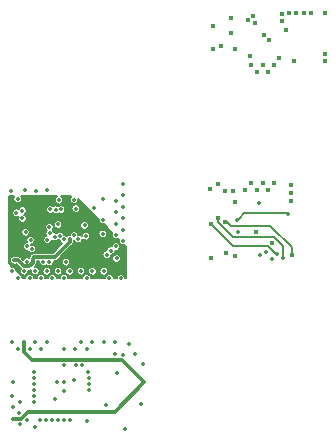
<source format=gbr>
G04 #@! TF.GenerationSoftware,KiCad,Pcbnew,(5.1.0)-1*
G04 #@! TF.CreationDate,2019-05-03T21:31:27-07:00*
G04 #@! TF.ProjectId,Miniscope-v4-PCB-fab-assembly_2,4d696e69-7363-46f7-9065-2d76342d5043,rev?*
G04 #@! TF.SameCoordinates,PX4b8e5e4PY51f011c*
G04 #@! TF.FileFunction,Copper,L4,Inr*
G04 #@! TF.FilePolarity,Positive*
%FSLAX46Y46*%
G04 Gerber Fmt 4.6, Leading zero omitted, Abs format (unit mm)*
G04 Created by KiCad (PCBNEW (5.1.0)-1) date 2019-05-03 21:31:27*
%MOMM*%
%LPD*%
G04 APERTURE LIST*
%ADD10C,0.355600*%
%ADD11C,0.450000*%
%ADD12C,0.304800*%
%ADD13C,0.203200*%
%ADD14C,0.152400*%
%ADD15C,0.127000*%
G04 APERTURE END LIST*
D10*
X13448800Y-25315600D03*
X13804400Y-27017400D03*
X4609600Y-26382400D03*
X4533400Y-19651400D03*
X6590800Y-19626000D03*
X5742800Y-23096000D03*
X12331200Y-20311800D03*
X7582899Y-23733600D03*
X7759200Y-22661600D03*
X8749800Y-21175400D03*
X9994400Y-21099200D03*
X12305800Y-22064400D03*
X7251197Y-25595003D03*
X5854200Y-25595000D03*
X5473200Y-21277000D03*
X5473200Y-21937400D03*
X12940800Y-24655200D03*
X12610600Y-25010800D03*
X9156198Y-25645800D03*
D11*
X31094020Y-4544540D03*
X26293420Y-9548340D03*
X26344220Y-6805140D03*
X23093020Y-4976340D03*
X25023420Y-4807440D03*
X28046020Y-4544540D03*
X29290620Y-4544540D03*
X27165920Y-8379939D03*
X23118420Y-6220940D03*
X26281580Y-19569060D03*
X21404780Y-25309460D03*
X23296180Y-19599060D03*
X25251980Y-23065150D03*
X26611780Y-23988662D03*
D10*
X13988020Y-33471340D03*
X15689820Y-34258740D03*
X8984220Y-35805600D03*
X8976600Y-36516800D03*
X15504400Y-37659800D03*
X12583400Y-37710600D03*
X9865600Y-35627800D03*
X10975580Y-39051720D03*
X8384780Y-35810680D03*
X8245080Y-37222920D03*
X4630660Y-32404540D03*
X6413000Y-37444600D03*
X6512800Y-39567340D03*
X13480020Y-35020740D03*
X5199620Y-38424340D03*
X4615420Y-36951140D03*
X13276820Y-33445936D03*
X8572000Y-20388000D03*
X5676400Y-19549806D03*
X5066800Y-20286400D03*
X14007600Y-19016400D03*
X5600200Y-26407811D03*
D11*
X21988980Y-19010260D03*
D10*
X4666220Y-38881540D03*
X15791420Y-35808140D03*
X5598405Y-32402000D03*
X4787400Y-25468000D03*
X6336774Y-25595000D03*
X10858000Y-23436000D03*
X9457890Y-23690000D03*
X4812800Y-24782200D03*
X13982200Y-24807600D03*
X13321800Y-26382400D03*
X6590800Y-20286400D03*
X6768587Y-25595000D03*
X10553200Y-21099200D03*
X11975600Y-25620400D03*
X27944380Y-21554860D03*
X23702580Y-23053460D03*
D11*
X22674780Y-24826858D03*
D10*
X23677180Y-22081919D03*
X14007600Y-19956200D03*
X5117600Y-26992000D03*
X7530600Y-19524400D03*
X6260600Y-24502800D03*
X11518400Y-21022994D03*
X8495800Y-22445400D03*
X4965200Y-21454800D03*
X12280401Y-23232800D03*
D11*
X26776020Y-8938740D03*
X27411020Y-4595340D03*
X27766620Y-5992340D03*
X22278420Y-7313140D03*
X31094020Y-8583140D03*
X26764180Y-18959460D03*
X22649380Y-19594460D03*
D10*
X5115805Y-33011600D03*
X4689080Y-35759880D03*
X14996400Y-33443400D03*
X6159000Y-23766200D03*
X10731000Y-22521600D03*
X9846600Y-20337200D03*
X13398000Y-24299600D03*
X7749601Y-25620400D03*
D11*
X23487580Y-25131660D03*
D10*
X7530600Y-26407810D03*
X9461000Y-26407810D03*
X10908800Y-26992000D03*
X12356600Y-26407800D03*
X13982200Y-22877200D03*
X8648200Y-23410600D03*
X7048000Y-26992000D03*
X8978400Y-26992000D03*
X10426200Y-26407810D03*
X12839200Y-27017400D03*
X13372600Y-21404000D03*
X5854200Y-24299600D03*
D11*
X22652488Y-22215929D03*
X28288180Y-25030060D03*
D10*
X14007600Y-21912000D03*
X7784600Y-23207400D03*
D11*
X21988980Y-21905860D03*
D10*
X27551580Y-25309460D03*
X13372600Y-22369200D03*
X8191000Y-23486800D03*
D11*
X21404780Y-22413860D03*
D10*
X27055380Y-24958460D03*
X8013200Y-26992000D03*
X9003800Y-23715400D03*
X8495800Y-26407810D03*
X9854878Y-23376516D03*
X11391400Y-26407810D03*
X10197600Y-23664606D03*
X14007600Y-20946800D03*
X7835400Y-21175400D03*
D11*
X28211980Y-19823060D03*
D10*
X13372600Y-20464200D03*
X8292600Y-21200800D03*
D11*
X28186580Y-19111860D03*
X21379380Y-19467460D03*
X23462180Y-20508860D03*
D10*
X14007600Y-23817000D03*
X6565400Y-26382400D03*
X13372600Y-23334400D03*
X6082800Y-26992000D03*
D11*
X28223780Y-20488060D03*
X25328220Y-9548340D03*
X25912420Y-6424140D03*
X31094020Y-8024340D03*
X25316363Y-19569060D03*
D10*
X26055738Y-24801460D03*
D11*
X25810820Y-8938740D03*
X25150420Y-5357340D03*
X28452420Y-8583140D03*
X25798980Y-18959460D03*
D10*
X26560980Y-25360260D03*
D11*
X24833780Y-18959460D03*
D10*
X25538009Y-20642831D03*
X25556780Y-25050950D03*
D11*
X24351180Y-19569060D03*
X28630220Y-4544540D03*
X29900220Y-4544540D03*
X21569020Y-5611340D03*
X27411020Y-5179534D03*
X24845620Y-8938740D03*
X24591620Y-5154140D03*
X24744020Y-8176740D03*
X23474020Y-7592540D03*
X21569020Y-7617940D03*
D10*
X5260580Y-39364140D03*
X7998000Y-39029600D03*
X13330160Y-32396920D03*
X14505000Y-32607740D03*
X8998000Y-34362889D03*
X10498000Y-34362889D03*
X8998000Y-39029600D03*
X14128000Y-39793400D03*
X8498000Y-39029600D03*
X7000480Y-39036480D03*
X7500860Y-39028860D03*
X9498000Y-39029600D03*
X10906999Y-33011600D03*
X6413000Y-35944600D03*
X7528803Y-32402000D03*
X6413000Y-35444600D03*
X7046203Y-33011600D03*
X6413000Y-34944600D03*
X6413000Y-36944600D03*
X6563604Y-32402000D03*
X4653520Y-37913801D03*
X6413000Y-36444600D03*
X6088527Y-33004077D03*
X5225020Y-37484540D03*
X5893396Y-39016516D03*
X12352488Y-32399744D03*
X11083000Y-36444600D03*
X11389599Y-32402000D03*
X11083000Y-35944600D03*
X10429480Y-32404540D03*
X11083000Y-35444600D03*
X9926560Y-33001440D03*
X11049240Y-34939460D03*
X8966440Y-33019220D03*
X9995140Y-34362889D03*
D12*
X13079207Y-33926001D02*
X13107147Y-33953941D01*
X15613621Y-35630341D02*
X15791420Y-35808140D01*
X6314681Y-33926001D02*
X13079207Y-33926001D01*
X13937221Y-33953941D02*
X15613621Y-35630341D01*
X5598405Y-33209725D02*
X6314681Y-33926001D01*
X13107147Y-33953941D02*
X13937221Y-33953941D01*
X5598405Y-32402000D02*
X5598405Y-33209725D01*
X13302220Y-38297340D02*
X15791420Y-35808140D01*
X5936220Y-38297340D02*
X13302220Y-38297340D01*
X5326620Y-38906940D02*
X5936220Y-38297340D01*
X4666220Y-38881540D02*
X4691620Y-38906940D01*
X4691620Y-38906940D02*
X5326620Y-38906940D01*
X5625601Y-26001401D02*
X5092200Y-25468000D01*
X6049273Y-26001401D02*
X5625601Y-26001401D01*
X6336774Y-25595000D02*
X6336774Y-25713900D01*
X6336774Y-25713900D02*
X6049273Y-26001401D01*
X6336774Y-25343553D02*
X6491728Y-25188599D01*
X6491728Y-25188599D02*
X8210738Y-25188599D01*
X8210738Y-25188599D02*
X9457890Y-23941447D01*
X6336774Y-25595000D02*
X6336774Y-25343553D01*
X9457890Y-23941447D02*
X9457890Y-23690000D01*
X5092200Y-25468000D02*
X4937247Y-25468000D01*
D13*
X23902179Y-21856920D02*
X23677180Y-22081919D01*
X24255039Y-21504060D02*
X23902179Y-21856920D01*
X27944380Y-21504060D02*
X24255039Y-21504060D01*
D14*
X22813580Y-22266060D02*
X23088380Y-22540860D01*
X23088380Y-22540860D02*
X26447378Y-22540860D01*
X26447378Y-22540860D02*
X28288180Y-24381662D01*
X28288180Y-24711862D02*
X28288180Y-25030060D01*
X28288180Y-24381662D02*
X28288180Y-24711862D01*
D13*
X26789580Y-23506060D02*
X27551580Y-24268060D01*
X27551580Y-25058013D02*
X27551580Y-25309460D01*
X23270982Y-23506060D02*
X26789580Y-23506060D01*
X21988980Y-22224058D02*
X23270982Y-23506060D01*
X21988980Y-21905860D02*
X21988980Y-22224058D01*
X27551580Y-24268060D02*
X27551580Y-25058013D01*
X26921180Y-24958460D02*
X27055380Y-24958460D01*
X21404780Y-22413860D02*
X23288980Y-24298060D01*
X23288980Y-24298060D02*
X26260780Y-24298060D01*
X26260780Y-24298060D02*
X26921180Y-24958460D01*
D15*
X11096780Y-36458380D02*
X11083000Y-36444600D01*
G36*
X4740417Y-20111945D02*
G01*
X4712654Y-20178971D01*
X4698500Y-20250126D01*
X4698500Y-20322674D01*
X4712654Y-20393829D01*
X4740417Y-20460855D01*
X4780723Y-20521178D01*
X4832022Y-20572477D01*
X4892345Y-20612783D01*
X4959371Y-20640546D01*
X5030526Y-20654700D01*
X5103074Y-20654700D01*
X5174229Y-20640546D01*
X5241255Y-20612783D01*
X5301578Y-20572477D01*
X5352877Y-20521178D01*
X5393183Y-20460855D01*
X5420946Y-20393829D01*
X5435100Y-20322674D01*
X5435100Y-20250126D01*
X5420946Y-20178971D01*
X5393183Y-20111945D01*
X5360814Y-20063500D01*
X8394727Y-20063500D01*
X8337222Y-20101923D01*
X8285923Y-20153222D01*
X8245617Y-20213545D01*
X8217854Y-20280571D01*
X8203700Y-20351726D01*
X8203700Y-20424274D01*
X8217854Y-20495429D01*
X8245617Y-20562455D01*
X8285923Y-20622778D01*
X8337222Y-20674077D01*
X8397545Y-20714383D01*
X8464571Y-20742146D01*
X8535726Y-20756300D01*
X8608274Y-20756300D01*
X8679429Y-20742146D01*
X8746455Y-20714383D01*
X8806778Y-20674077D01*
X8858077Y-20622778D01*
X8898383Y-20562455D01*
X8926146Y-20495429D01*
X8940300Y-20424274D01*
X8940300Y-20351726D01*
X8926146Y-20280571D01*
X8898383Y-20213545D01*
X8858077Y-20153222D01*
X8806778Y-20101923D01*
X8749273Y-20063500D01*
X9599445Y-20063500D01*
X9560523Y-20102422D01*
X9520217Y-20162745D01*
X9492454Y-20229771D01*
X9478300Y-20300926D01*
X9478300Y-20373474D01*
X9492454Y-20444629D01*
X9520217Y-20511655D01*
X9560523Y-20571978D01*
X9611822Y-20623277D01*
X9672145Y-20663583D01*
X9739171Y-20691346D01*
X9810326Y-20705500D01*
X9882874Y-20705500D01*
X9954029Y-20691346D01*
X10021055Y-20663583D01*
X10081378Y-20623277D01*
X10132677Y-20571978D01*
X10172983Y-20511655D01*
X10200746Y-20444629D01*
X10214900Y-20373474D01*
X10214900Y-20304702D01*
X11937637Y-22027439D01*
X11937500Y-22028126D01*
X11937500Y-22100674D01*
X11951654Y-22171829D01*
X11979417Y-22238855D01*
X12019723Y-22299178D01*
X12071022Y-22350477D01*
X12131345Y-22390783D01*
X12198371Y-22418546D01*
X12269526Y-22432700D01*
X12342074Y-22432700D01*
X12342761Y-22432563D01*
X13055800Y-23145602D01*
X13046217Y-23159945D01*
X13018454Y-23226971D01*
X13004300Y-23298126D01*
X13004300Y-23370674D01*
X13018454Y-23441829D01*
X13046217Y-23508855D01*
X13086523Y-23569178D01*
X13137822Y-23620477D01*
X13198145Y-23660783D01*
X13265171Y-23688546D01*
X13336326Y-23702700D01*
X13408874Y-23702700D01*
X13480029Y-23688546D01*
X13547055Y-23660783D01*
X13561398Y-23651200D01*
X13647865Y-23737667D01*
X13639300Y-23780726D01*
X13639300Y-23853274D01*
X13653454Y-23924429D01*
X13681217Y-23991455D01*
X13721523Y-24051778D01*
X13772822Y-24103077D01*
X13833145Y-24143383D01*
X13900171Y-24171146D01*
X13971326Y-24185300D01*
X14043874Y-24185300D01*
X14086933Y-24176735D01*
X14234500Y-24324302D01*
X14234500Y-26936500D01*
X14163823Y-26936500D01*
X14158546Y-26909971D01*
X14130783Y-26842945D01*
X14090477Y-26782622D01*
X14039178Y-26731323D01*
X13978855Y-26691017D01*
X13911829Y-26663254D01*
X13840674Y-26649100D01*
X13768126Y-26649100D01*
X13696971Y-26663254D01*
X13629945Y-26691017D01*
X13569622Y-26731323D01*
X13518323Y-26782622D01*
X13478017Y-26842945D01*
X13450254Y-26909971D01*
X13444977Y-26936500D01*
X13198623Y-26936500D01*
X13193346Y-26909971D01*
X13165583Y-26842945D01*
X13125277Y-26782622D01*
X13073978Y-26731323D01*
X13013655Y-26691017D01*
X12946629Y-26663254D01*
X12875474Y-26649100D01*
X12802926Y-26649100D01*
X12731771Y-26663254D01*
X12664745Y-26691017D01*
X12604422Y-26731323D01*
X12553123Y-26782622D01*
X12512817Y-26842945D01*
X12485054Y-26909971D01*
X12479777Y-26936500D01*
X11273276Y-26936500D01*
X11262946Y-26884571D01*
X11235183Y-26817545D01*
X11194877Y-26757222D01*
X11143578Y-26705923D01*
X11083255Y-26665617D01*
X11016229Y-26637854D01*
X10945074Y-26623700D01*
X10872526Y-26623700D01*
X10801371Y-26637854D01*
X10734345Y-26665617D01*
X10674022Y-26705923D01*
X10622723Y-26757222D01*
X10582417Y-26817545D01*
X10554654Y-26884571D01*
X10544324Y-26936500D01*
X9342876Y-26936500D01*
X9332546Y-26884571D01*
X9304783Y-26817545D01*
X9264477Y-26757222D01*
X9213178Y-26705923D01*
X9152855Y-26665617D01*
X9085829Y-26637854D01*
X9014674Y-26623700D01*
X8942126Y-26623700D01*
X8870971Y-26637854D01*
X8803945Y-26665617D01*
X8743622Y-26705923D01*
X8692323Y-26757222D01*
X8652017Y-26817545D01*
X8624254Y-26884571D01*
X8613924Y-26936500D01*
X8377676Y-26936500D01*
X8367346Y-26884571D01*
X8339583Y-26817545D01*
X8299277Y-26757222D01*
X8247978Y-26705923D01*
X8187655Y-26665617D01*
X8120629Y-26637854D01*
X8049474Y-26623700D01*
X7976926Y-26623700D01*
X7905771Y-26637854D01*
X7838745Y-26665617D01*
X7778422Y-26705923D01*
X7727123Y-26757222D01*
X7686817Y-26817545D01*
X7659054Y-26884571D01*
X7648724Y-26936500D01*
X7412476Y-26936500D01*
X7402146Y-26884571D01*
X7374383Y-26817545D01*
X7334077Y-26757222D01*
X7282778Y-26705923D01*
X7222455Y-26665617D01*
X7155429Y-26637854D01*
X7084274Y-26623700D01*
X7011726Y-26623700D01*
X6940571Y-26637854D01*
X6873545Y-26665617D01*
X6813222Y-26705923D01*
X6761923Y-26757222D01*
X6721617Y-26817545D01*
X6693854Y-26884571D01*
X6683524Y-26936500D01*
X6447276Y-26936500D01*
X6436946Y-26884571D01*
X6409183Y-26817545D01*
X6368877Y-26757222D01*
X6317578Y-26705923D01*
X6257255Y-26665617D01*
X6190229Y-26637854D01*
X6119074Y-26623700D01*
X6046526Y-26623700D01*
X5975371Y-26637854D01*
X5908345Y-26665617D01*
X5848022Y-26705923D01*
X5796723Y-26757222D01*
X5756417Y-26817545D01*
X5728654Y-26884571D01*
X5718324Y-26936500D01*
X5526302Y-26936500D01*
X5469888Y-26880086D01*
X5443983Y-26817545D01*
X5403677Y-26757222D01*
X5352378Y-26705923D01*
X5292055Y-26665617D01*
X5229514Y-26639712D01*
X4977900Y-26388098D01*
X4977900Y-26346126D01*
X4963746Y-26274971D01*
X4935983Y-26207945D01*
X4895677Y-26147622D01*
X4844378Y-26096323D01*
X4784055Y-26056017D01*
X4717029Y-26028254D01*
X4645874Y-26014100D01*
X4603902Y-26014100D01*
X4313500Y-25723698D01*
X4313500Y-25431726D01*
X4419100Y-25431726D01*
X4419100Y-25504274D01*
X4433254Y-25575429D01*
X4461017Y-25642455D01*
X4501323Y-25702778D01*
X4552622Y-25754077D01*
X4612945Y-25794383D01*
X4679971Y-25822146D01*
X4751126Y-25836300D01*
X4823674Y-25836300D01*
X4894829Y-25822146D01*
X4921979Y-25810900D01*
X4950167Y-25810900D01*
X5313392Y-26174126D01*
X5273817Y-26233356D01*
X5246054Y-26300382D01*
X5231900Y-26371537D01*
X5231900Y-26444085D01*
X5246054Y-26515240D01*
X5273817Y-26582266D01*
X5314123Y-26642589D01*
X5365422Y-26693888D01*
X5425745Y-26734194D01*
X5492771Y-26761957D01*
X5563926Y-26776111D01*
X5636474Y-26776111D01*
X5707629Y-26761957D01*
X5774655Y-26734194D01*
X5834978Y-26693888D01*
X5886277Y-26642589D01*
X5926583Y-26582266D01*
X5954346Y-26515240D01*
X5968500Y-26444085D01*
X5968500Y-26371537D01*
X5963082Y-26344301D01*
X6032438Y-26344301D01*
X6049273Y-26345959D01*
X6066108Y-26344301D01*
X6066116Y-26344301D01*
X6116493Y-26339339D01*
X6181130Y-26319732D01*
X6204875Y-26307040D01*
X6197100Y-26346126D01*
X6197100Y-26418674D01*
X6211254Y-26489829D01*
X6239017Y-26556855D01*
X6279323Y-26617178D01*
X6330622Y-26668477D01*
X6390945Y-26708783D01*
X6457971Y-26736546D01*
X6529126Y-26750700D01*
X6601674Y-26750700D01*
X6672829Y-26736546D01*
X6739855Y-26708783D01*
X6800178Y-26668477D01*
X6851477Y-26617178D01*
X6891783Y-26556855D01*
X6919546Y-26489829D01*
X6933700Y-26418674D01*
X6933700Y-26371536D01*
X7162300Y-26371536D01*
X7162300Y-26444084D01*
X7176454Y-26515239D01*
X7204217Y-26582265D01*
X7244523Y-26642588D01*
X7295822Y-26693887D01*
X7356145Y-26734193D01*
X7423171Y-26761956D01*
X7494326Y-26776110D01*
X7566874Y-26776110D01*
X7638029Y-26761956D01*
X7705055Y-26734193D01*
X7765378Y-26693887D01*
X7816677Y-26642588D01*
X7856983Y-26582265D01*
X7884746Y-26515239D01*
X7898900Y-26444084D01*
X7898900Y-26371536D01*
X8127500Y-26371536D01*
X8127500Y-26444084D01*
X8141654Y-26515239D01*
X8169417Y-26582265D01*
X8209723Y-26642588D01*
X8261022Y-26693887D01*
X8321345Y-26734193D01*
X8388371Y-26761956D01*
X8459526Y-26776110D01*
X8532074Y-26776110D01*
X8603229Y-26761956D01*
X8670255Y-26734193D01*
X8730578Y-26693887D01*
X8781877Y-26642588D01*
X8822183Y-26582265D01*
X8849946Y-26515239D01*
X8864100Y-26444084D01*
X8864100Y-26371536D01*
X9092700Y-26371536D01*
X9092700Y-26444084D01*
X9106854Y-26515239D01*
X9134617Y-26582265D01*
X9174923Y-26642588D01*
X9226222Y-26693887D01*
X9286545Y-26734193D01*
X9353571Y-26761956D01*
X9424726Y-26776110D01*
X9497274Y-26776110D01*
X9568429Y-26761956D01*
X9635455Y-26734193D01*
X9695778Y-26693887D01*
X9747077Y-26642588D01*
X9787383Y-26582265D01*
X9815146Y-26515239D01*
X9829300Y-26444084D01*
X9829300Y-26371536D01*
X10057900Y-26371536D01*
X10057900Y-26444084D01*
X10072054Y-26515239D01*
X10099817Y-26582265D01*
X10140123Y-26642588D01*
X10191422Y-26693887D01*
X10251745Y-26734193D01*
X10318771Y-26761956D01*
X10389926Y-26776110D01*
X10462474Y-26776110D01*
X10533629Y-26761956D01*
X10600655Y-26734193D01*
X10660978Y-26693887D01*
X10712277Y-26642588D01*
X10752583Y-26582265D01*
X10780346Y-26515239D01*
X10794500Y-26444084D01*
X10794500Y-26371536D01*
X11023100Y-26371536D01*
X11023100Y-26444084D01*
X11037254Y-26515239D01*
X11065017Y-26582265D01*
X11105323Y-26642588D01*
X11156622Y-26693887D01*
X11216945Y-26734193D01*
X11283971Y-26761956D01*
X11355126Y-26776110D01*
X11427674Y-26776110D01*
X11498829Y-26761956D01*
X11565855Y-26734193D01*
X11626178Y-26693887D01*
X11677477Y-26642588D01*
X11717783Y-26582265D01*
X11745546Y-26515239D01*
X11759700Y-26444084D01*
X11759700Y-26371536D01*
X11759699Y-26371526D01*
X11988300Y-26371526D01*
X11988300Y-26444074D01*
X12002454Y-26515229D01*
X12030217Y-26582255D01*
X12070523Y-26642578D01*
X12121822Y-26693877D01*
X12182145Y-26734183D01*
X12249171Y-26761946D01*
X12320326Y-26776100D01*
X12392874Y-26776100D01*
X12464029Y-26761946D01*
X12531055Y-26734183D01*
X12591378Y-26693877D01*
X12642677Y-26642578D01*
X12682983Y-26582255D01*
X12710746Y-26515229D01*
X12724900Y-26444074D01*
X12724900Y-26371526D01*
X12710746Y-26300371D01*
X12682983Y-26233345D01*
X12642677Y-26173022D01*
X12591378Y-26121723D01*
X12531055Y-26081417D01*
X12464029Y-26053654D01*
X12392874Y-26039500D01*
X12320326Y-26039500D01*
X12249171Y-26053654D01*
X12182145Y-26081417D01*
X12121822Y-26121723D01*
X12070523Y-26173022D01*
X12030217Y-26233345D01*
X12002454Y-26300371D01*
X11988300Y-26371526D01*
X11759699Y-26371526D01*
X11745546Y-26300381D01*
X11717783Y-26233355D01*
X11677477Y-26173032D01*
X11626178Y-26121733D01*
X11565855Y-26081427D01*
X11498829Y-26053664D01*
X11427674Y-26039510D01*
X11355126Y-26039510D01*
X11283971Y-26053664D01*
X11216945Y-26081427D01*
X11156622Y-26121733D01*
X11105323Y-26173032D01*
X11065017Y-26233355D01*
X11037254Y-26300381D01*
X11023100Y-26371536D01*
X10794500Y-26371536D01*
X10780346Y-26300381D01*
X10752583Y-26233355D01*
X10712277Y-26173032D01*
X10660978Y-26121733D01*
X10600655Y-26081427D01*
X10533629Y-26053664D01*
X10462474Y-26039510D01*
X10389926Y-26039510D01*
X10318771Y-26053664D01*
X10251745Y-26081427D01*
X10191422Y-26121733D01*
X10140123Y-26173032D01*
X10099817Y-26233355D01*
X10072054Y-26300381D01*
X10057900Y-26371536D01*
X9829300Y-26371536D01*
X9815146Y-26300381D01*
X9787383Y-26233355D01*
X9747077Y-26173032D01*
X9695778Y-26121733D01*
X9635455Y-26081427D01*
X9568429Y-26053664D01*
X9497274Y-26039510D01*
X9424726Y-26039510D01*
X9353571Y-26053664D01*
X9286545Y-26081427D01*
X9226222Y-26121733D01*
X9174923Y-26173032D01*
X9134617Y-26233355D01*
X9106854Y-26300381D01*
X9092700Y-26371536D01*
X8864100Y-26371536D01*
X8849946Y-26300381D01*
X8822183Y-26233355D01*
X8781877Y-26173032D01*
X8730578Y-26121733D01*
X8670255Y-26081427D01*
X8603229Y-26053664D01*
X8532074Y-26039510D01*
X8459526Y-26039510D01*
X8388371Y-26053664D01*
X8321345Y-26081427D01*
X8261022Y-26121733D01*
X8209723Y-26173032D01*
X8169417Y-26233355D01*
X8141654Y-26300381D01*
X8127500Y-26371536D01*
X7898900Y-26371536D01*
X7884746Y-26300381D01*
X7856983Y-26233355D01*
X7816677Y-26173032D01*
X7765378Y-26121733D01*
X7705055Y-26081427D01*
X7638029Y-26053664D01*
X7566874Y-26039510D01*
X7494326Y-26039510D01*
X7423171Y-26053664D01*
X7356145Y-26081427D01*
X7295822Y-26121733D01*
X7244523Y-26173032D01*
X7204217Y-26233355D01*
X7176454Y-26300381D01*
X7162300Y-26371536D01*
X6933700Y-26371536D01*
X6933700Y-26346126D01*
X6919546Y-26274971D01*
X6891783Y-26207945D01*
X6851477Y-26147622D01*
X6800178Y-26096323D01*
X6739855Y-26056017D01*
X6672829Y-26028254D01*
X6601674Y-26014100D01*
X6529126Y-26014100D01*
X6519615Y-26015992D01*
X6567326Y-25968281D01*
X6580414Y-25957540D01*
X6623264Y-25905327D01*
X6636226Y-25881077D01*
X6655105Y-25845757D01*
X6674712Y-25781120D01*
X6679824Y-25729216D01*
X6690920Y-25702429D01*
X6705074Y-25631274D01*
X6705074Y-25558726D01*
X6699658Y-25531499D01*
X6888314Y-25531499D01*
X6882897Y-25558729D01*
X6882897Y-25631277D01*
X6897051Y-25702432D01*
X6924814Y-25769458D01*
X6965120Y-25829781D01*
X7016419Y-25881080D01*
X7076742Y-25921386D01*
X7143768Y-25949149D01*
X7214923Y-25963303D01*
X7287471Y-25963303D01*
X7358626Y-25949149D01*
X7425652Y-25921386D01*
X7485975Y-25881080D01*
X7487701Y-25879355D01*
X7514823Y-25906477D01*
X7575146Y-25946783D01*
X7642172Y-25974546D01*
X7713327Y-25988700D01*
X7785875Y-25988700D01*
X7857030Y-25974546D01*
X7924056Y-25946783D01*
X7984379Y-25906477D01*
X8035678Y-25855178D01*
X8075984Y-25794855D01*
X8103747Y-25727829D01*
X8117901Y-25656674D01*
X8117901Y-25609526D01*
X8787898Y-25609526D01*
X8787898Y-25682074D01*
X8802052Y-25753229D01*
X8829815Y-25820255D01*
X8870121Y-25880578D01*
X8921420Y-25931877D01*
X8981743Y-25972183D01*
X9048769Y-25999946D01*
X9119924Y-26014100D01*
X9192472Y-26014100D01*
X9263627Y-25999946D01*
X9330653Y-25972183D01*
X9390976Y-25931877D01*
X9442275Y-25880578D01*
X9482581Y-25820255D01*
X9510344Y-25753229D01*
X9524498Y-25682074D01*
X9524498Y-25609526D01*
X9510344Y-25538371D01*
X9482581Y-25471345D01*
X9442275Y-25411022D01*
X9390976Y-25359723D01*
X9330653Y-25319417D01*
X9263627Y-25291654D01*
X9192472Y-25277500D01*
X9119924Y-25277500D01*
X9048769Y-25291654D01*
X8981743Y-25319417D01*
X8921420Y-25359723D01*
X8870121Y-25411022D01*
X8829815Y-25471345D01*
X8802052Y-25538371D01*
X8787898Y-25609526D01*
X8117901Y-25609526D01*
X8117901Y-25584126D01*
X8107433Y-25531499D01*
X8193903Y-25531499D01*
X8210738Y-25533157D01*
X8227573Y-25531499D01*
X8227581Y-25531499D01*
X8277958Y-25526537D01*
X8342595Y-25506930D01*
X8402165Y-25475089D01*
X8454378Y-25432239D01*
X8465119Y-25419151D01*
X8909744Y-24974526D01*
X12242300Y-24974526D01*
X12242300Y-25047074D01*
X12256454Y-25118229D01*
X12284217Y-25185255D01*
X12324523Y-25245578D01*
X12375822Y-25296877D01*
X12436145Y-25337183D01*
X12503171Y-25364946D01*
X12574326Y-25379100D01*
X12646874Y-25379100D01*
X12718029Y-25364946D01*
X12785055Y-25337183D01*
X12845378Y-25296877D01*
X12862929Y-25279326D01*
X13080500Y-25279326D01*
X13080500Y-25351874D01*
X13094654Y-25423029D01*
X13122417Y-25490055D01*
X13162723Y-25550378D01*
X13214022Y-25601677D01*
X13274345Y-25641983D01*
X13341371Y-25669746D01*
X13412526Y-25683900D01*
X13485074Y-25683900D01*
X13556229Y-25669746D01*
X13623255Y-25641983D01*
X13683578Y-25601677D01*
X13734877Y-25550378D01*
X13775183Y-25490055D01*
X13802946Y-25423029D01*
X13817100Y-25351874D01*
X13817100Y-25279326D01*
X13802946Y-25208171D01*
X13775183Y-25141145D01*
X13734877Y-25080822D01*
X13683578Y-25029523D01*
X13623255Y-24989217D01*
X13556229Y-24961454D01*
X13485074Y-24947300D01*
X13412526Y-24947300D01*
X13341371Y-24961454D01*
X13274345Y-24989217D01*
X13214022Y-25029523D01*
X13162723Y-25080822D01*
X13122417Y-25141145D01*
X13094654Y-25208171D01*
X13080500Y-25279326D01*
X12862929Y-25279326D01*
X12896677Y-25245578D01*
X12936983Y-25185255D01*
X12964746Y-25118229D01*
X12978900Y-25047074D01*
X12978900Y-25023137D01*
X13048229Y-25009346D01*
X13115255Y-24981583D01*
X13175578Y-24941277D01*
X13226877Y-24889978D01*
X13267183Y-24829655D01*
X13294946Y-24762629D01*
X13309100Y-24691474D01*
X13309100Y-24657432D01*
X13361726Y-24667900D01*
X13434274Y-24667900D01*
X13505429Y-24653746D01*
X13572455Y-24625983D01*
X13632778Y-24585677D01*
X13684077Y-24534378D01*
X13724383Y-24474055D01*
X13752146Y-24407029D01*
X13766300Y-24335874D01*
X13766300Y-24263326D01*
X13752146Y-24192171D01*
X13724383Y-24125145D01*
X13684077Y-24064822D01*
X13632778Y-24013523D01*
X13572455Y-23973217D01*
X13505429Y-23945454D01*
X13434274Y-23931300D01*
X13361726Y-23931300D01*
X13290571Y-23945454D01*
X13223545Y-23973217D01*
X13163222Y-24013523D01*
X13111923Y-24064822D01*
X13071617Y-24125145D01*
X13043854Y-24192171D01*
X13029700Y-24263326D01*
X13029700Y-24297368D01*
X12977074Y-24286900D01*
X12904526Y-24286900D01*
X12833371Y-24301054D01*
X12766345Y-24328817D01*
X12706022Y-24369123D01*
X12654723Y-24420422D01*
X12614417Y-24480745D01*
X12586654Y-24547771D01*
X12572500Y-24618926D01*
X12572500Y-24642863D01*
X12503171Y-24656654D01*
X12436145Y-24684417D01*
X12375822Y-24724723D01*
X12324523Y-24776022D01*
X12284217Y-24836345D01*
X12256454Y-24903371D01*
X12242300Y-24974526D01*
X8909744Y-24974526D01*
X9688452Y-24195819D01*
X9701529Y-24185087D01*
X9712262Y-24172009D01*
X9712266Y-24172005D01*
X9735755Y-24143383D01*
X9744380Y-24132874D01*
X9776221Y-24073304D01*
X9795828Y-24008667D01*
X9800790Y-23958290D01*
X9800790Y-23958283D01*
X9802448Y-23941448D01*
X9800790Y-23924613D01*
X9800790Y-23824579D01*
X9812036Y-23797429D01*
X9822502Y-23744816D01*
X9838040Y-23744816D01*
X9843454Y-23772035D01*
X9871217Y-23839061D01*
X9911523Y-23899384D01*
X9962822Y-23950683D01*
X10023145Y-23990989D01*
X10090171Y-24018752D01*
X10161326Y-24032906D01*
X10233874Y-24032906D01*
X10305029Y-24018752D01*
X10372055Y-23990989D01*
X10432378Y-23950683D01*
X10483677Y-23899384D01*
X10523983Y-23839061D01*
X10551746Y-23772035D01*
X10565900Y-23700880D01*
X10565900Y-23661764D01*
X10571923Y-23670778D01*
X10623222Y-23722077D01*
X10683545Y-23762383D01*
X10750571Y-23790146D01*
X10821726Y-23804300D01*
X10894274Y-23804300D01*
X10965429Y-23790146D01*
X11032455Y-23762383D01*
X11092778Y-23722077D01*
X11144077Y-23670778D01*
X11184383Y-23610455D01*
X11212146Y-23543429D01*
X11226300Y-23472274D01*
X11226300Y-23399726D01*
X11212146Y-23328571D01*
X11184383Y-23261545D01*
X11144077Y-23201222D01*
X11139381Y-23196526D01*
X11912101Y-23196526D01*
X11912101Y-23269074D01*
X11926255Y-23340229D01*
X11954018Y-23407255D01*
X11994324Y-23467578D01*
X12045623Y-23518877D01*
X12105946Y-23559183D01*
X12172972Y-23586946D01*
X12244127Y-23601100D01*
X12316675Y-23601100D01*
X12387830Y-23586946D01*
X12454856Y-23559183D01*
X12515179Y-23518877D01*
X12566478Y-23467578D01*
X12606784Y-23407255D01*
X12634547Y-23340229D01*
X12648701Y-23269074D01*
X12648701Y-23196526D01*
X12634547Y-23125371D01*
X12606784Y-23058345D01*
X12566478Y-22998022D01*
X12515179Y-22946723D01*
X12454856Y-22906417D01*
X12387830Y-22878654D01*
X12316675Y-22864500D01*
X12244127Y-22864500D01*
X12172972Y-22878654D01*
X12105946Y-22906417D01*
X12045623Y-22946723D01*
X11994324Y-22998022D01*
X11954018Y-23058345D01*
X11926255Y-23125371D01*
X11912101Y-23196526D01*
X11139381Y-23196526D01*
X11092778Y-23149923D01*
X11032455Y-23109617D01*
X10965429Y-23081854D01*
X10894274Y-23067700D01*
X10821726Y-23067700D01*
X10750571Y-23081854D01*
X10683545Y-23109617D01*
X10623222Y-23149923D01*
X10571923Y-23201222D01*
X10531617Y-23261545D01*
X10503854Y-23328571D01*
X10489700Y-23399726D01*
X10489700Y-23438842D01*
X10483677Y-23429828D01*
X10432378Y-23378529D01*
X10372055Y-23338223D01*
X10305029Y-23310460D01*
X10233874Y-23296306D01*
X10214438Y-23296306D01*
X10209024Y-23269087D01*
X10181261Y-23202061D01*
X10140955Y-23141738D01*
X10089656Y-23090439D01*
X10029333Y-23050133D01*
X9962307Y-23022370D01*
X9891152Y-23008216D01*
X9818604Y-23008216D01*
X9747449Y-23022370D01*
X9680423Y-23050133D01*
X9620100Y-23090439D01*
X9568801Y-23141738D01*
X9528495Y-23202061D01*
X9500732Y-23269087D01*
X9490266Y-23321700D01*
X9421616Y-23321700D01*
X9350461Y-23335854D01*
X9283435Y-23363617D01*
X9223112Y-23403923D01*
X9214080Y-23412955D01*
X9178255Y-23389017D01*
X9111229Y-23361254D01*
X9040074Y-23347100D01*
X9011084Y-23347100D01*
X9002346Y-23303171D01*
X8974583Y-23236145D01*
X8934277Y-23175822D01*
X8882978Y-23124523D01*
X8822655Y-23084217D01*
X8755629Y-23056454D01*
X8684474Y-23042300D01*
X8611926Y-23042300D01*
X8540771Y-23056454D01*
X8473745Y-23084217D01*
X8413422Y-23124523D01*
X8372692Y-23165253D01*
X8365455Y-23160417D01*
X8298429Y-23132654D01*
X8227274Y-23118500D01*
X8154726Y-23118500D01*
X8142900Y-23120852D01*
X8138746Y-23099971D01*
X8110983Y-23032945D01*
X8070677Y-22972622D01*
X8019855Y-22921800D01*
X8045277Y-22896378D01*
X8085583Y-22836055D01*
X8113346Y-22769029D01*
X8127500Y-22697874D01*
X8127500Y-22625326D01*
X8113346Y-22554171D01*
X8085583Y-22487145D01*
X8045277Y-22426822D01*
X8027581Y-22409126D01*
X8127500Y-22409126D01*
X8127500Y-22481674D01*
X8141654Y-22552829D01*
X8169417Y-22619855D01*
X8209723Y-22680178D01*
X8261022Y-22731477D01*
X8321345Y-22771783D01*
X8388371Y-22799546D01*
X8459526Y-22813700D01*
X8532074Y-22813700D01*
X8603229Y-22799546D01*
X8670255Y-22771783D01*
X8730578Y-22731477D01*
X8781877Y-22680178D01*
X8822183Y-22619855D01*
X8849946Y-22552829D01*
X8863373Y-22485326D01*
X10362700Y-22485326D01*
X10362700Y-22557874D01*
X10376854Y-22629029D01*
X10404617Y-22696055D01*
X10444923Y-22756378D01*
X10496222Y-22807677D01*
X10556545Y-22847983D01*
X10623571Y-22875746D01*
X10694726Y-22889900D01*
X10767274Y-22889900D01*
X10838429Y-22875746D01*
X10905455Y-22847983D01*
X10965778Y-22807677D01*
X11017077Y-22756378D01*
X11057383Y-22696055D01*
X11085146Y-22629029D01*
X11099300Y-22557874D01*
X11099300Y-22485326D01*
X11085146Y-22414171D01*
X11057383Y-22347145D01*
X11017077Y-22286822D01*
X10965778Y-22235523D01*
X10905455Y-22195217D01*
X10838429Y-22167454D01*
X10767274Y-22153300D01*
X10694726Y-22153300D01*
X10623571Y-22167454D01*
X10556545Y-22195217D01*
X10496222Y-22235523D01*
X10444923Y-22286822D01*
X10404617Y-22347145D01*
X10376854Y-22414171D01*
X10362700Y-22485326D01*
X8863373Y-22485326D01*
X8864100Y-22481674D01*
X8864100Y-22409126D01*
X8849946Y-22337971D01*
X8822183Y-22270945D01*
X8781877Y-22210622D01*
X8730578Y-22159323D01*
X8670255Y-22119017D01*
X8603229Y-22091254D01*
X8532074Y-22077100D01*
X8459526Y-22077100D01*
X8388371Y-22091254D01*
X8321345Y-22119017D01*
X8261022Y-22159323D01*
X8209723Y-22210622D01*
X8169417Y-22270945D01*
X8141654Y-22337971D01*
X8127500Y-22409126D01*
X8027581Y-22409126D01*
X7993978Y-22375523D01*
X7933655Y-22335217D01*
X7866629Y-22307454D01*
X7795474Y-22293300D01*
X7722926Y-22293300D01*
X7651771Y-22307454D01*
X7584745Y-22335217D01*
X7524422Y-22375523D01*
X7473123Y-22426822D01*
X7432817Y-22487145D01*
X7405054Y-22554171D01*
X7390900Y-22625326D01*
X7390900Y-22697874D01*
X7405054Y-22769029D01*
X7432817Y-22836055D01*
X7473123Y-22896378D01*
X7523945Y-22947200D01*
X7498523Y-22972622D01*
X7458217Y-23032945D01*
X7430454Y-23099971D01*
X7416300Y-23171126D01*
X7416300Y-23243674D01*
X7430454Y-23314829D01*
X7458217Y-23381855D01*
X7460700Y-23385572D01*
X7408444Y-23407217D01*
X7348121Y-23447523D01*
X7296822Y-23498822D01*
X7256516Y-23559145D01*
X7228753Y-23626171D01*
X7214599Y-23697326D01*
X7214599Y-23769874D01*
X7228753Y-23841029D01*
X7256516Y-23908055D01*
X7296822Y-23968378D01*
X7348121Y-24019677D01*
X7408444Y-24059983D01*
X7475470Y-24087746D01*
X7546625Y-24101900D01*
X7619173Y-24101900D01*
X7690328Y-24087746D01*
X7757354Y-24059983D01*
X7817677Y-24019677D01*
X7868976Y-23968378D01*
X7909282Y-23908055D01*
X7937045Y-23841029D01*
X7951199Y-23769874D01*
X7951199Y-23767854D01*
X7956222Y-23772877D01*
X8016545Y-23813183D01*
X8083571Y-23840946D01*
X8154726Y-23855100D01*
X8227274Y-23855100D01*
X8298429Y-23840946D01*
X8365455Y-23813183D01*
X8425778Y-23772877D01*
X8466508Y-23732147D01*
X8473745Y-23736983D01*
X8540771Y-23764746D01*
X8611926Y-23778900D01*
X8640916Y-23778900D01*
X8649654Y-23822829D01*
X8677417Y-23889855D01*
X8717723Y-23950178D01*
X8769022Y-24001477D01*
X8829345Y-24041783D01*
X8859945Y-24054458D01*
X8068705Y-24845699D01*
X6508562Y-24845699D01*
X6491727Y-24844041D01*
X6474892Y-24845699D01*
X6474885Y-24845699D01*
X6424508Y-24850661D01*
X6359871Y-24870268D01*
X6300301Y-24902109D01*
X6248088Y-24944959D01*
X6237347Y-24958047D01*
X6106218Y-25089176D01*
X6093135Y-25099913D01*
X6050284Y-25152126D01*
X6018443Y-25211696D01*
X6004244Y-25258506D01*
X5961629Y-25240854D01*
X5890474Y-25226700D01*
X5817926Y-25226700D01*
X5746771Y-25240854D01*
X5679745Y-25268617D01*
X5619422Y-25308923D01*
X5568123Y-25360222D01*
X5528563Y-25419429D01*
X5346581Y-25237448D01*
X5335840Y-25224360D01*
X5283627Y-25181510D01*
X5224057Y-25149669D01*
X5159420Y-25130062D01*
X5109043Y-25125100D01*
X5109035Y-25125100D01*
X5092200Y-25123442D01*
X5075365Y-25125100D01*
X4921979Y-25125100D01*
X4894829Y-25113854D01*
X4823674Y-25099700D01*
X4751126Y-25099700D01*
X4679971Y-25113854D01*
X4612945Y-25141617D01*
X4552622Y-25181923D01*
X4501323Y-25233222D01*
X4461017Y-25293545D01*
X4433254Y-25360571D01*
X4419100Y-25431726D01*
X4313500Y-25431726D01*
X4313500Y-24263326D01*
X5485900Y-24263326D01*
X5485900Y-24335874D01*
X5500054Y-24407029D01*
X5527817Y-24474055D01*
X5568123Y-24534378D01*
X5619422Y-24585677D01*
X5679745Y-24625983D01*
X5746771Y-24653746D01*
X5817926Y-24667900D01*
X5890474Y-24667900D01*
X5927307Y-24660573D01*
X5934217Y-24677255D01*
X5974523Y-24737578D01*
X6025822Y-24788877D01*
X6086145Y-24829183D01*
X6153171Y-24856946D01*
X6224326Y-24871100D01*
X6296874Y-24871100D01*
X6368029Y-24856946D01*
X6435055Y-24829183D01*
X6495378Y-24788877D01*
X6546677Y-24737578D01*
X6586983Y-24677255D01*
X6614746Y-24610229D01*
X6628900Y-24539074D01*
X6628900Y-24466526D01*
X6614746Y-24395371D01*
X6586983Y-24328345D01*
X6546677Y-24268022D01*
X6495378Y-24216723D01*
X6435055Y-24176417D01*
X6368029Y-24148654D01*
X6296874Y-24134500D01*
X6224326Y-24134500D01*
X6187493Y-24141827D01*
X6184458Y-24134500D01*
X6195274Y-24134500D01*
X6266429Y-24120346D01*
X6333455Y-24092583D01*
X6393778Y-24052277D01*
X6445077Y-24000978D01*
X6485383Y-23940655D01*
X6513146Y-23873629D01*
X6527300Y-23802474D01*
X6527300Y-23729926D01*
X6513146Y-23658771D01*
X6485383Y-23591745D01*
X6445077Y-23531422D01*
X6393778Y-23480123D01*
X6333455Y-23439817D01*
X6266429Y-23412054D01*
X6195274Y-23397900D01*
X6122726Y-23397900D01*
X6051571Y-23412054D01*
X5984545Y-23439817D01*
X5924222Y-23480123D01*
X5872923Y-23531422D01*
X5832617Y-23591745D01*
X5804854Y-23658771D01*
X5790700Y-23729926D01*
X5790700Y-23802474D01*
X5804854Y-23873629D01*
X5828742Y-23931300D01*
X5817926Y-23931300D01*
X5746771Y-23945454D01*
X5679745Y-23973217D01*
X5619422Y-24013523D01*
X5568123Y-24064822D01*
X5527817Y-24125145D01*
X5500054Y-24192171D01*
X5485900Y-24263326D01*
X4313500Y-24263326D01*
X4313500Y-23059726D01*
X5374500Y-23059726D01*
X5374500Y-23132274D01*
X5388654Y-23203429D01*
X5416417Y-23270455D01*
X5456723Y-23330778D01*
X5508022Y-23382077D01*
X5568345Y-23422383D01*
X5635371Y-23450146D01*
X5706526Y-23464300D01*
X5779074Y-23464300D01*
X5850229Y-23450146D01*
X5917255Y-23422383D01*
X5977578Y-23382077D01*
X6028877Y-23330778D01*
X6069183Y-23270455D01*
X6096946Y-23203429D01*
X6111100Y-23132274D01*
X6111100Y-23059726D01*
X6096946Y-22988571D01*
X6069183Y-22921545D01*
X6028877Y-22861222D01*
X5977578Y-22809923D01*
X5917255Y-22769617D01*
X5850229Y-22741854D01*
X5779074Y-22727700D01*
X5706526Y-22727700D01*
X5635371Y-22741854D01*
X5568345Y-22769617D01*
X5508022Y-22809923D01*
X5456723Y-22861222D01*
X5416417Y-22921545D01*
X5388654Y-22988571D01*
X5374500Y-23059726D01*
X4313500Y-23059726D01*
X4313500Y-21418526D01*
X4596900Y-21418526D01*
X4596900Y-21491074D01*
X4611054Y-21562229D01*
X4638817Y-21629255D01*
X4679123Y-21689578D01*
X4730422Y-21740877D01*
X4790745Y-21781183D01*
X4857771Y-21808946D01*
X4928926Y-21823100D01*
X5001474Y-21823100D01*
X5072629Y-21808946D01*
X5139181Y-21781379D01*
X5119054Y-21829971D01*
X5104900Y-21901126D01*
X5104900Y-21973674D01*
X5119054Y-22044829D01*
X5146817Y-22111855D01*
X5187123Y-22172178D01*
X5238422Y-22223477D01*
X5298745Y-22263783D01*
X5365771Y-22291546D01*
X5436926Y-22305700D01*
X5509474Y-22305700D01*
X5580629Y-22291546D01*
X5647655Y-22263783D01*
X5707978Y-22223477D01*
X5759277Y-22172178D01*
X5799583Y-22111855D01*
X5827346Y-22044829D01*
X5841500Y-21973674D01*
X5841500Y-21901126D01*
X5827346Y-21829971D01*
X5799583Y-21762945D01*
X5759277Y-21702622D01*
X5707978Y-21651323D01*
X5647655Y-21611017D01*
X5638440Y-21607200D01*
X5647655Y-21603383D01*
X5707978Y-21563077D01*
X5759277Y-21511778D01*
X5799583Y-21451455D01*
X5827346Y-21384429D01*
X5841500Y-21313274D01*
X5841500Y-21240726D01*
X5827346Y-21169571D01*
X5814736Y-21139126D01*
X7467100Y-21139126D01*
X7467100Y-21211674D01*
X7481254Y-21282829D01*
X7509017Y-21349855D01*
X7549323Y-21410178D01*
X7600622Y-21461477D01*
X7660945Y-21501783D01*
X7727971Y-21529546D01*
X7799126Y-21543700D01*
X7871674Y-21543700D01*
X7942829Y-21529546D01*
X8009855Y-21501783D01*
X8047545Y-21476600D01*
X8057822Y-21486877D01*
X8118145Y-21527183D01*
X8185171Y-21554946D01*
X8256326Y-21569100D01*
X8328874Y-21569100D01*
X8400029Y-21554946D01*
X8467055Y-21527183D01*
X8527378Y-21486877D01*
X8537655Y-21476600D01*
X8575345Y-21501783D01*
X8642371Y-21529546D01*
X8713526Y-21543700D01*
X8786074Y-21543700D01*
X8857229Y-21529546D01*
X8924255Y-21501783D01*
X8984578Y-21461477D01*
X9035877Y-21410178D01*
X9076183Y-21349855D01*
X9103946Y-21282829D01*
X9118100Y-21211674D01*
X9118100Y-21139126D01*
X9103946Y-21067971D01*
X9101857Y-21062926D01*
X9626100Y-21062926D01*
X9626100Y-21135474D01*
X9640254Y-21206629D01*
X9668017Y-21273655D01*
X9708323Y-21333978D01*
X9759622Y-21385277D01*
X9819945Y-21425583D01*
X9886971Y-21453346D01*
X9958126Y-21467500D01*
X10030674Y-21467500D01*
X10101829Y-21453346D01*
X10168855Y-21425583D01*
X10229178Y-21385277D01*
X10280477Y-21333978D01*
X10320783Y-21273655D01*
X10348546Y-21206629D01*
X10362700Y-21135474D01*
X10362700Y-21062926D01*
X10348546Y-20991771D01*
X10320783Y-20924745D01*
X10280477Y-20864422D01*
X10229178Y-20813123D01*
X10168855Y-20772817D01*
X10101829Y-20745054D01*
X10030674Y-20730900D01*
X9958126Y-20730900D01*
X9886971Y-20745054D01*
X9819945Y-20772817D01*
X9759622Y-20813123D01*
X9708323Y-20864422D01*
X9668017Y-20924745D01*
X9640254Y-20991771D01*
X9626100Y-21062926D01*
X9101857Y-21062926D01*
X9076183Y-21000945D01*
X9035877Y-20940622D01*
X8984578Y-20889323D01*
X8924255Y-20849017D01*
X8857229Y-20821254D01*
X8786074Y-20807100D01*
X8713526Y-20807100D01*
X8642371Y-20821254D01*
X8575345Y-20849017D01*
X8515022Y-20889323D01*
X8504745Y-20899600D01*
X8467055Y-20874417D01*
X8400029Y-20846654D01*
X8328874Y-20832500D01*
X8256326Y-20832500D01*
X8185171Y-20846654D01*
X8118145Y-20874417D01*
X8080455Y-20899600D01*
X8070178Y-20889323D01*
X8009855Y-20849017D01*
X7942829Y-20821254D01*
X7871674Y-20807100D01*
X7799126Y-20807100D01*
X7727971Y-20821254D01*
X7660945Y-20849017D01*
X7600622Y-20889323D01*
X7549323Y-20940622D01*
X7509017Y-21000945D01*
X7481254Y-21067971D01*
X7467100Y-21139126D01*
X5814736Y-21139126D01*
X5799583Y-21102545D01*
X5759277Y-21042222D01*
X5707978Y-20990923D01*
X5647655Y-20950617D01*
X5580629Y-20922854D01*
X5509474Y-20908700D01*
X5436926Y-20908700D01*
X5365771Y-20922854D01*
X5298745Y-20950617D01*
X5238422Y-20990923D01*
X5187123Y-21042222D01*
X5146817Y-21102545D01*
X5136621Y-21127160D01*
X5072629Y-21100654D01*
X5001474Y-21086500D01*
X4928926Y-21086500D01*
X4857771Y-21100654D01*
X4790745Y-21128417D01*
X4730422Y-21168723D01*
X4679123Y-21220022D01*
X4638817Y-21280345D01*
X4611054Y-21347371D01*
X4596900Y-21418526D01*
X4313500Y-21418526D01*
X4313500Y-20063500D01*
X4772786Y-20063500D01*
X4740417Y-20111945D01*
X4740417Y-20111945D01*
G37*
X4740417Y-20111945D02*
X4712654Y-20178971D01*
X4698500Y-20250126D01*
X4698500Y-20322674D01*
X4712654Y-20393829D01*
X4740417Y-20460855D01*
X4780723Y-20521178D01*
X4832022Y-20572477D01*
X4892345Y-20612783D01*
X4959371Y-20640546D01*
X5030526Y-20654700D01*
X5103074Y-20654700D01*
X5174229Y-20640546D01*
X5241255Y-20612783D01*
X5301578Y-20572477D01*
X5352877Y-20521178D01*
X5393183Y-20460855D01*
X5420946Y-20393829D01*
X5435100Y-20322674D01*
X5435100Y-20250126D01*
X5420946Y-20178971D01*
X5393183Y-20111945D01*
X5360814Y-20063500D01*
X8394727Y-20063500D01*
X8337222Y-20101923D01*
X8285923Y-20153222D01*
X8245617Y-20213545D01*
X8217854Y-20280571D01*
X8203700Y-20351726D01*
X8203700Y-20424274D01*
X8217854Y-20495429D01*
X8245617Y-20562455D01*
X8285923Y-20622778D01*
X8337222Y-20674077D01*
X8397545Y-20714383D01*
X8464571Y-20742146D01*
X8535726Y-20756300D01*
X8608274Y-20756300D01*
X8679429Y-20742146D01*
X8746455Y-20714383D01*
X8806778Y-20674077D01*
X8858077Y-20622778D01*
X8898383Y-20562455D01*
X8926146Y-20495429D01*
X8940300Y-20424274D01*
X8940300Y-20351726D01*
X8926146Y-20280571D01*
X8898383Y-20213545D01*
X8858077Y-20153222D01*
X8806778Y-20101923D01*
X8749273Y-20063500D01*
X9599445Y-20063500D01*
X9560523Y-20102422D01*
X9520217Y-20162745D01*
X9492454Y-20229771D01*
X9478300Y-20300926D01*
X9478300Y-20373474D01*
X9492454Y-20444629D01*
X9520217Y-20511655D01*
X9560523Y-20571978D01*
X9611822Y-20623277D01*
X9672145Y-20663583D01*
X9739171Y-20691346D01*
X9810326Y-20705500D01*
X9882874Y-20705500D01*
X9954029Y-20691346D01*
X10021055Y-20663583D01*
X10081378Y-20623277D01*
X10132677Y-20571978D01*
X10172983Y-20511655D01*
X10200746Y-20444629D01*
X10214900Y-20373474D01*
X10214900Y-20304702D01*
X11937637Y-22027439D01*
X11937500Y-22028126D01*
X11937500Y-22100674D01*
X11951654Y-22171829D01*
X11979417Y-22238855D01*
X12019723Y-22299178D01*
X12071022Y-22350477D01*
X12131345Y-22390783D01*
X12198371Y-22418546D01*
X12269526Y-22432700D01*
X12342074Y-22432700D01*
X12342761Y-22432563D01*
X13055800Y-23145602D01*
X13046217Y-23159945D01*
X13018454Y-23226971D01*
X13004300Y-23298126D01*
X13004300Y-23370674D01*
X13018454Y-23441829D01*
X13046217Y-23508855D01*
X13086523Y-23569178D01*
X13137822Y-23620477D01*
X13198145Y-23660783D01*
X13265171Y-23688546D01*
X13336326Y-23702700D01*
X13408874Y-23702700D01*
X13480029Y-23688546D01*
X13547055Y-23660783D01*
X13561398Y-23651200D01*
X13647865Y-23737667D01*
X13639300Y-23780726D01*
X13639300Y-23853274D01*
X13653454Y-23924429D01*
X13681217Y-23991455D01*
X13721523Y-24051778D01*
X13772822Y-24103077D01*
X13833145Y-24143383D01*
X13900171Y-24171146D01*
X13971326Y-24185300D01*
X14043874Y-24185300D01*
X14086933Y-24176735D01*
X14234500Y-24324302D01*
X14234500Y-26936500D01*
X14163823Y-26936500D01*
X14158546Y-26909971D01*
X14130783Y-26842945D01*
X14090477Y-26782622D01*
X14039178Y-26731323D01*
X13978855Y-26691017D01*
X13911829Y-26663254D01*
X13840674Y-26649100D01*
X13768126Y-26649100D01*
X13696971Y-26663254D01*
X13629945Y-26691017D01*
X13569622Y-26731323D01*
X13518323Y-26782622D01*
X13478017Y-26842945D01*
X13450254Y-26909971D01*
X13444977Y-26936500D01*
X13198623Y-26936500D01*
X13193346Y-26909971D01*
X13165583Y-26842945D01*
X13125277Y-26782622D01*
X13073978Y-26731323D01*
X13013655Y-26691017D01*
X12946629Y-26663254D01*
X12875474Y-26649100D01*
X12802926Y-26649100D01*
X12731771Y-26663254D01*
X12664745Y-26691017D01*
X12604422Y-26731323D01*
X12553123Y-26782622D01*
X12512817Y-26842945D01*
X12485054Y-26909971D01*
X12479777Y-26936500D01*
X11273276Y-26936500D01*
X11262946Y-26884571D01*
X11235183Y-26817545D01*
X11194877Y-26757222D01*
X11143578Y-26705923D01*
X11083255Y-26665617D01*
X11016229Y-26637854D01*
X10945074Y-26623700D01*
X10872526Y-26623700D01*
X10801371Y-26637854D01*
X10734345Y-26665617D01*
X10674022Y-26705923D01*
X10622723Y-26757222D01*
X10582417Y-26817545D01*
X10554654Y-26884571D01*
X10544324Y-26936500D01*
X9342876Y-26936500D01*
X9332546Y-26884571D01*
X9304783Y-26817545D01*
X9264477Y-26757222D01*
X9213178Y-26705923D01*
X9152855Y-26665617D01*
X9085829Y-26637854D01*
X9014674Y-26623700D01*
X8942126Y-26623700D01*
X8870971Y-26637854D01*
X8803945Y-26665617D01*
X8743622Y-26705923D01*
X8692323Y-26757222D01*
X8652017Y-26817545D01*
X8624254Y-26884571D01*
X8613924Y-26936500D01*
X8377676Y-26936500D01*
X8367346Y-26884571D01*
X8339583Y-26817545D01*
X8299277Y-26757222D01*
X8247978Y-26705923D01*
X8187655Y-26665617D01*
X8120629Y-26637854D01*
X8049474Y-26623700D01*
X7976926Y-26623700D01*
X7905771Y-26637854D01*
X7838745Y-26665617D01*
X7778422Y-26705923D01*
X7727123Y-26757222D01*
X7686817Y-26817545D01*
X7659054Y-26884571D01*
X7648724Y-26936500D01*
X7412476Y-26936500D01*
X7402146Y-26884571D01*
X7374383Y-26817545D01*
X7334077Y-26757222D01*
X7282778Y-26705923D01*
X7222455Y-26665617D01*
X7155429Y-26637854D01*
X7084274Y-26623700D01*
X7011726Y-26623700D01*
X6940571Y-26637854D01*
X6873545Y-26665617D01*
X6813222Y-26705923D01*
X6761923Y-26757222D01*
X6721617Y-26817545D01*
X6693854Y-26884571D01*
X6683524Y-26936500D01*
X6447276Y-26936500D01*
X6436946Y-26884571D01*
X6409183Y-26817545D01*
X6368877Y-26757222D01*
X6317578Y-26705923D01*
X6257255Y-26665617D01*
X6190229Y-26637854D01*
X6119074Y-26623700D01*
X6046526Y-26623700D01*
X5975371Y-26637854D01*
X5908345Y-26665617D01*
X5848022Y-26705923D01*
X5796723Y-26757222D01*
X5756417Y-26817545D01*
X5728654Y-26884571D01*
X5718324Y-26936500D01*
X5526302Y-26936500D01*
X5469888Y-26880086D01*
X5443983Y-26817545D01*
X5403677Y-26757222D01*
X5352378Y-26705923D01*
X5292055Y-26665617D01*
X5229514Y-26639712D01*
X4977900Y-26388098D01*
X4977900Y-26346126D01*
X4963746Y-26274971D01*
X4935983Y-26207945D01*
X4895677Y-26147622D01*
X4844378Y-26096323D01*
X4784055Y-26056017D01*
X4717029Y-26028254D01*
X4645874Y-26014100D01*
X4603902Y-26014100D01*
X4313500Y-25723698D01*
X4313500Y-25431726D01*
X4419100Y-25431726D01*
X4419100Y-25504274D01*
X4433254Y-25575429D01*
X4461017Y-25642455D01*
X4501323Y-25702778D01*
X4552622Y-25754077D01*
X4612945Y-25794383D01*
X4679971Y-25822146D01*
X4751126Y-25836300D01*
X4823674Y-25836300D01*
X4894829Y-25822146D01*
X4921979Y-25810900D01*
X4950167Y-25810900D01*
X5313392Y-26174126D01*
X5273817Y-26233356D01*
X5246054Y-26300382D01*
X5231900Y-26371537D01*
X5231900Y-26444085D01*
X5246054Y-26515240D01*
X5273817Y-26582266D01*
X5314123Y-26642589D01*
X5365422Y-26693888D01*
X5425745Y-26734194D01*
X5492771Y-26761957D01*
X5563926Y-26776111D01*
X5636474Y-26776111D01*
X5707629Y-26761957D01*
X5774655Y-26734194D01*
X5834978Y-26693888D01*
X5886277Y-26642589D01*
X5926583Y-26582266D01*
X5954346Y-26515240D01*
X5968500Y-26444085D01*
X5968500Y-26371537D01*
X5963082Y-26344301D01*
X6032438Y-26344301D01*
X6049273Y-26345959D01*
X6066108Y-26344301D01*
X6066116Y-26344301D01*
X6116493Y-26339339D01*
X6181130Y-26319732D01*
X6204875Y-26307040D01*
X6197100Y-26346126D01*
X6197100Y-26418674D01*
X6211254Y-26489829D01*
X6239017Y-26556855D01*
X6279323Y-26617178D01*
X6330622Y-26668477D01*
X6390945Y-26708783D01*
X6457971Y-26736546D01*
X6529126Y-26750700D01*
X6601674Y-26750700D01*
X6672829Y-26736546D01*
X6739855Y-26708783D01*
X6800178Y-26668477D01*
X6851477Y-26617178D01*
X6891783Y-26556855D01*
X6919546Y-26489829D01*
X6933700Y-26418674D01*
X6933700Y-26371536D01*
X7162300Y-26371536D01*
X7162300Y-26444084D01*
X7176454Y-26515239D01*
X7204217Y-26582265D01*
X7244523Y-26642588D01*
X7295822Y-26693887D01*
X7356145Y-26734193D01*
X7423171Y-26761956D01*
X7494326Y-26776110D01*
X7566874Y-26776110D01*
X7638029Y-26761956D01*
X7705055Y-26734193D01*
X7765378Y-26693887D01*
X7816677Y-26642588D01*
X7856983Y-26582265D01*
X7884746Y-26515239D01*
X7898900Y-26444084D01*
X7898900Y-26371536D01*
X8127500Y-26371536D01*
X8127500Y-26444084D01*
X8141654Y-26515239D01*
X8169417Y-26582265D01*
X8209723Y-26642588D01*
X8261022Y-26693887D01*
X8321345Y-26734193D01*
X8388371Y-26761956D01*
X8459526Y-26776110D01*
X8532074Y-26776110D01*
X8603229Y-26761956D01*
X8670255Y-26734193D01*
X8730578Y-26693887D01*
X8781877Y-26642588D01*
X8822183Y-26582265D01*
X8849946Y-26515239D01*
X8864100Y-26444084D01*
X8864100Y-26371536D01*
X9092700Y-26371536D01*
X9092700Y-26444084D01*
X9106854Y-26515239D01*
X9134617Y-26582265D01*
X9174923Y-26642588D01*
X9226222Y-26693887D01*
X9286545Y-26734193D01*
X9353571Y-26761956D01*
X9424726Y-26776110D01*
X9497274Y-26776110D01*
X9568429Y-26761956D01*
X9635455Y-26734193D01*
X9695778Y-26693887D01*
X9747077Y-26642588D01*
X9787383Y-26582265D01*
X9815146Y-26515239D01*
X9829300Y-26444084D01*
X9829300Y-26371536D01*
X10057900Y-26371536D01*
X10057900Y-26444084D01*
X10072054Y-26515239D01*
X10099817Y-26582265D01*
X10140123Y-26642588D01*
X10191422Y-26693887D01*
X10251745Y-26734193D01*
X10318771Y-26761956D01*
X10389926Y-26776110D01*
X10462474Y-26776110D01*
X10533629Y-26761956D01*
X10600655Y-26734193D01*
X10660978Y-26693887D01*
X10712277Y-26642588D01*
X10752583Y-26582265D01*
X10780346Y-26515239D01*
X10794500Y-26444084D01*
X10794500Y-26371536D01*
X11023100Y-26371536D01*
X11023100Y-26444084D01*
X11037254Y-26515239D01*
X11065017Y-26582265D01*
X11105323Y-26642588D01*
X11156622Y-26693887D01*
X11216945Y-26734193D01*
X11283971Y-26761956D01*
X11355126Y-26776110D01*
X11427674Y-26776110D01*
X11498829Y-26761956D01*
X11565855Y-26734193D01*
X11626178Y-26693887D01*
X11677477Y-26642588D01*
X11717783Y-26582265D01*
X11745546Y-26515239D01*
X11759700Y-26444084D01*
X11759700Y-26371536D01*
X11759699Y-26371526D01*
X11988300Y-26371526D01*
X11988300Y-26444074D01*
X12002454Y-26515229D01*
X12030217Y-26582255D01*
X12070523Y-26642578D01*
X12121822Y-26693877D01*
X12182145Y-26734183D01*
X12249171Y-26761946D01*
X12320326Y-26776100D01*
X12392874Y-26776100D01*
X12464029Y-26761946D01*
X12531055Y-26734183D01*
X12591378Y-26693877D01*
X12642677Y-26642578D01*
X12682983Y-26582255D01*
X12710746Y-26515229D01*
X12724900Y-26444074D01*
X12724900Y-26371526D01*
X12710746Y-26300371D01*
X12682983Y-26233345D01*
X12642677Y-26173022D01*
X12591378Y-26121723D01*
X12531055Y-26081417D01*
X12464029Y-26053654D01*
X12392874Y-26039500D01*
X12320326Y-26039500D01*
X12249171Y-26053654D01*
X12182145Y-26081417D01*
X12121822Y-26121723D01*
X12070523Y-26173022D01*
X12030217Y-26233345D01*
X12002454Y-26300371D01*
X11988300Y-26371526D01*
X11759699Y-26371526D01*
X11745546Y-26300381D01*
X11717783Y-26233355D01*
X11677477Y-26173032D01*
X11626178Y-26121733D01*
X11565855Y-26081427D01*
X11498829Y-26053664D01*
X11427674Y-26039510D01*
X11355126Y-26039510D01*
X11283971Y-26053664D01*
X11216945Y-26081427D01*
X11156622Y-26121733D01*
X11105323Y-26173032D01*
X11065017Y-26233355D01*
X11037254Y-26300381D01*
X11023100Y-26371536D01*
X10794500Y-26371536D01*
X10780346Y-26300381D01*
X10752583Y-26233355D01*
X10712277Y-26173032D01*
X10660978Y-26121733D01*
X10600655Y-26081427D01*
X10533629Y-26053664D01*
X10462474Y-26039510D01*
X10389926Y-26039510D01*
X10318771Y-26053664D01*
X10251745Y-26081427D01*
X10191422Y-26121733D01*
X10140123Y-26173032D01*
X10099817Y-26233355D01*
X10072054Y-26300381D01*
X10057900Y-26371536D01*
X9829300Y-26371536D01*
X9815146Y-26300381D01*
X9787383Y-26233355D01*
X9747077Y-26173032D01*
X9695778Y-26121733D01*
X9635455Y-26081427D01*
X9568429Y-26053664D01*
X9497274Y-26039510D01*
X9424726Y-26039510D01*
X9353571Y-26053664D01*
X9286545Y-26081427D01*
X9226222Y-26121733D01*
X9174923Y-26173032D01*
X9134617Y-26233355D01*
X9106854Y-26300381D01*
X9092700Y-26371536D01*
X8864100Y-26371536D01*
X8849946Y-26300381D01*
X8822183Y-26233355D01*
X8781877Y-26173032D01*
X8730578Y-26121733D01*
X8670255Y-26081427D01*
X8603229Y-26053664D01*
X8532074Y-26039510D01*
X8459526Y-26039510D01*
X8388371Y-26053664D01*
X8321345Y-26081427D01*
X8261022Y-26121733D01*
X8209723Y-26173032D01*
X8169417Y-26233355D01*
X8141654Y-26300381D01*
X8127500Y-26371536D01*
X7898900Y-26371536D01*
X7884746Y-26300381D01*
X7856983Y-26233355D01*
X7816677Y-26173032D01*
X7765378Y-26121733D01*
X7705055Y-26081427D01*
X7638029Y-26053664D01*
X7566874Y-26039510D01*
X7494326Y-26039510D01*
X7423171Y-26053664D01*
X7356145Y-26081427D01*
X7295822Y-26121733D01*
X7244523Y-26173032D01*
X7204217Y-26233355D01*
X7176454Y-26300381D01*
X7162300Y-26371536D01*
X6933700Y-26371536D01*
X6933700Y-26346126D01*
X6919546Y-26274971D01*
X6891783Y-26207945D01*
X6851477Y-26147622D01*
X6800178Y-26096323D01*
X6739855Y-26056017D01*
X6672829Y-26028254D01*
X6601674Y-26014100D01*
X6529126Y-26014100D01*
X6519615Y-26015992D01*
X6567326Y-25968281D01*
X6580414Y-25957540D01*
X6623264Y-25905327D01*
X6636226Y-25881077D01*
X6655105Y-25845757D01*
X6674712Y-25781120D01*
X6679824Y-25729216D01*
X6690920Y-25702429D01*
X6705074Y-25631274D01*
X6705074Y-25558726D01*
X6699658Y-25531499D01*
X6888314Y-25531499D01*
X6882897Y-25558729D01*
X6882897Y-25631277D01*
X6897051Y-25702432D01*
X6924814Y-25769458D01*
X6965120Y-25829781D01*
X7016419Y-25881080D01*
X7076742Y-25921386D01*
X7143768Y-25949149D01*
X7214923Y-25963303D01*
X7287471Y-25963303D01*
X7358626Y-25949149D01*
X7425652Y-25921386D01*
X7485975Y-25881080D01*
X7487701Y-25879355D01*
X7514823Y-25906477D01*
X7575146Y-25946783D01*
X7642172Y-25974546D01*
X7713327Y-25988700D01*
X7785875Y-25988700D01*
X7857030Y-25974546D01*
X7924056Y-25946783D01*
X7984379Y-25906477D01*
X8035678Y-25855178D01*
X8075984Y-25794855D01*
X8103747Y-25727829D01*
X8117901Y-25656674D01*
X8117901Y-25609526D01*
X8787898Y-25609526D01*
X8787898Y-25682074D01*
X8802052Y-25753229D01*
X8829815Y-25820255D01*
X8870121Y-25880578D01*
X8921420Y-25931877D01*
X8981743Y-25972183D01*
X9048769Y-25999946D01*
X9119924Y-26014100D01*
X9192472Y-26014100D01*
X9263627Y-25999946D01*
X9330653Y-25972183D01*
X9390976Y-25931877D01*
X9442275Y-25880578D01*
X9482581Y-25820255D01*
X9510344Y-25753229D01*
X9524498Y-25682074D01*
X9524498Y-25609526D01*
X9510344Y-25538371D01*
X9482581Y-25471345D01*
X9442275Y-25411022D01*
X9390976Y-25359723D01*
X9330653Y-25319417D01*
X9263627Y-25291654D01*
X9192472Y-25277500D01*
X9119924Y-25277500D01*
X9048769Y-25291654D01*
X8981743Y-25319417D01*
X8921420Y-25359723D01*
X8870121Y-25411022D01*
X8829815Y-25471345D01*
X8802052Y-25538371D01*
X8787898Y-25609526D01*
X8117901Y-25609526D01*
X8117901Y-25584126D01*
X8107433Y-25531499D01*
X8193903Y-25531499D01*
X8210738Y-25533157D01*
X8227573Y-25531499D01*
X8227581Y-25531499D01*
X8277958Y-25526537D01*
X8342595Y-25506930D01*
X8402165Y-25475089D01*
X8454378Y-25432239D01*
X8465119Y-25419151D01*
X8909744Y-24974526D01*
X12242300Y-24974526D01*
X12242300Y-25047074D01*
X12256454Y-25118229D01*
X12284217Y-25185255D01*
X12324523Y-25245578D01*
X12375822Y-25296877D01*
X12436145Y-25337183D01*
X12503171Y-25364946D01*
X12574326Y-25379100D01*
X12646874Y-25379100D01*
X12718029Y-25364946D01*
X12785055Y-25337183D01*
X12845378Y-25296877D01*
X12862929Y-25279326D01*
X13080500Y-25279326D01*
X13080500Y-25351874D01*
X13094654Y-25423029D01*
X13122417Y-25490055D01*
X13162723Y-25550378D01*
X13214022Y-25601677D01*
X13274345Y-25641983D01*
X13341371Y-25669746D01*
X13412526Y-25683900D01*
X13485074Y-25683900D01*
X13556229Y-25669746D01*
X13623255Y-25641983D01*
X13683578Y-25601677D01*
X13734877Y-25550378D01*
X13775183Y-25490055D01*
X13802946Y-25423029D01*
X13817100Y-25351874D01*
X13817100Y-25279326D01*
X13802946Y-25208171D01*
X13775183Y-25141145D01*
X13734877Y-25080822D01*
X13683578Y-25029523D01*
X13623255Y-24989217D01*
X13556229Y-24961454D01*
X13485074Y-24947300D01*
X13412526Y-24947300D01*
X13341371Y-24961454D01*
X13274345Y-24989217D01*
X13214022Y-25029523D01*
X13162723Y-25080822D01*
X13122417Y-25141145D01*
X13094654Y-25208171D01*
X13080500Y-25279326D01*
X12862929Y-25279326D01*
X12896677Y-25245578D01*
X12936983Y-25185255D01*
X12964746Y-25118229D01*
X12978900Y-25047074D01*
X12978900Y-25023137D01*
X13048229Y-25009346D01*
X13115255Y-24981583D01*
X13175578Y-24941277D01*
X13226877Y-24889978D01*
X13267183Y-24829655D01*
X13294946Y-24762629D01*
X13309100Y-24691474D01*
X13309100Y-24657432D01*
X13361726Y-24667900D01*
X13434274Y-24667900D01*
X13505429Y-24653746D01*
X13572455Y-24625983D01*
X13632778Y-24585677D01*
X13684077Y-24534378D01*
X13724383Y-24474055D01*
X13752146Y-24407029D01*
X13766300Y-24335874D01*
X13766300Y-24263326D01*
X13752146Y-24192171D01*
X13724383Y-24125145D01*
X13684077Y-24064822D01*
X13632778Y-24013523D01*
X13572455Y-23973217D01*
X13505429Y-23945454D01*
X13434274Y-23931300D01*
X13361726Y-23931300D01*
X13290571Y-23945454D01*
X13223545Y-23973217D01*
X13163222Y-24013523D01*
X13111923Y-24064822D01*
X13071617Y-24125145D01*
X13043854Y-24192171D01*
X13029700Y-24263326D01*
X13029700Y-24297368D01*
X12977074Y-24286900D01*
X12904526Y-24286900D01*
X12833371Y-24301054D01*
X12766345Y-24328817D01*
X12706022Y-24369123D01*
X12654723Y-24420422D01*
X12614417Y-24480745D01*
X12586654Y-24547771D01*
X12572500Y-24618926D01*
X12572500Y-24642863D01*
X12503171Y-24656654D01*
X12436145Y-24684417D01*
X12375822Y-24724723D01*
X12324523Y-24776022D01*
X12284217Y-24836345D01*
X12256454Y-24903371D01*
X12242300Y-24974526D01*
X8909744Y-24974526D01*
X9688452Y-24195819D01*
X9701529Y-24185087D01*
X9712262Y-24172009D01*
X9712266Y-24172005D01*
X9735755Y-24143383D01*
X9744380Y-24132874D01*
X9776221Y-24073304D01*
X9795828Y-24008667D01*
X9800790Y-23958290D01*
X9800790Y-23958283D01*
X9802448Y-23941448D01*
X9800790Y-23924613D01*
X9800790Y-23824579D01*
X9812036Y-23797429D01*
X9822502Y-23744816D01*
X9838040Y-23744816D01*
X9843454Y-23772035D01*
X9871217Y-23839061D01*
X9911523Y-23899384D01*
X9962822Y-23950683D01*
X10023145Y-23990989D01*
X10090171Y-24018752D01*
X10161326Y-24032906D01*
X10233874Y-24032906D01*
X10305029Y-24018752D01*
X10372055Y-23990989D01*
X10432378Y-23950683D01*
X10483677Y-23899384D01*
X10523983Y-23839061D01*
X10551746Y-23772035D01*
X10565900Y-23700880D01*
X10565900Y-23661764D01*
X10571923Y-23670778D01*
X10623222Y-23722077D01*
X10683545Y-23762383D01*
X10750571Y-23790146D01*
X10821726Y-23804300D01*
X10894274Y-23804300D01*
X10965429Y-23790146D01*
X11032455Y-23762383D01*
X11092778Y-23722077D01*
X11144077Y-23670778D01*
X11184383Y-23610455D01*
X11212146Y-23543429D01*
X11226300Y-23472274D01*
X11226300Y-23399726D01*
X11212146Y-23328571D01*
X11184383Y-23261545D01*
X11144077Y-23201222D01*
X11139381Y-23196526D01*
X11912101Y-23196526D01*
X11912101Y-23269074D01*
X11926255Y-23340229D01*
X11954018Y-23407255D01*
X11994324Y-23467578D01*
X12045623Y-23518877D01*
X12105946Y-23559183D01*
X12172972Y-23586946D01*
X12244127Y-23601100D01*
X12316675Y-23601100D01*
X12387830Y-23586946D01*
X12454856Y-23559183D01*
X12515179Y-23518877D01*
X12566478Y-23467578D01*
X12606784Y-23407255D01*
X12634547Y-23340229D01*
X12648701Y-23269074D01*
X12648701Y-23196526D01*
X12634547Y-23125371D01*
X12606784Y-23058345D01*
X12566478Y-22998022D01*
X12515179Y-22946723D01*
X12454856Y-22906417D01*
X12387830Y-22878654D01*
X12316675Y-22864500D01*
X12244127Y-22864500D01*
X12172972Y-22878654D01*
X12105946Y-22906417D01*
X12045623Y-22946723D01*
X11994324Y-22998022D01*
X11954018Y-23058345D01*
X11926255Y-23125371D01*
X11912101Y-23196526D01*
X11139381Y-23196526D01*
X11092778Y-23149923D01*
X11032455Y-23109617D01*
X10965429Y-23081854D01*
X10894274Y-23067700D01*
X10821726Y-23067700D01*
X10750571Y-23081854D01*
X10683545Y-23109617D01*
X10623222Y-23149923D01*
X10571923Y-23201222D01*
X10531617Y-23261545D01*
X10503854Y-23328571D01*
X10489700Y-23399726D01*
X10489700Y-23438842D01*
X10483677Y-23429828D01*
X10432378Y-23378529D01*
X10372055Y-23338223D01*
X10305029Y-23310460D01*
X10233874Y-23296306D01*
X10214438Y-23296306D01*
X10209024Y-23269087D01*
X10181261Y-23202061D01*
X10140955Y-23141738D01*
X10089656Y-23090439D01*
X10029333Y-23050133D01*
X9962307Y-23022370D01*
X9891152Y-23008216D01*
X9818604Y-23008216D01*
X9747449Y-23022370D01*
X9680423Y-23050133D01*
X9620100Y-23090439D01*
X9568801Y-23141738D01*
X9528495Y-23202061D01*
X9500732Y-23269087D01*
X9490266Y-23321700D01*
X9421616Y-23321700D01*
X9350461Y-23335854D01*
X9283435Y-23363617D01*
X9223112Y-23403923D01*
X9214080Y-23412955D01*
X9178255Y-23389017D01*
X9111229Y-23361254D01*
X9040074Y-23347100D01*
X9011084Y-23347100D01*
X9002346Y-23303171D01*
X8974583Y-23236145D01*
X8934277Y-23175822D01*
X8882978Y-23124523D01*
X8822655Y-23084217D01*
X8755629Y-23056454D01*
X8684474Y-23042300D01*
X8611926Y-23042300D01*
X8540771Y-23056454D01*
X8473745Y-23084217D01*
X8413422Y-23124523D01*
X8372692Y-23165253D01*
X8365455Y-23160417D01*
X8298429Y-23132654D01*
X8227274Y-23118500D01*
X8154726Y-23118500D01*
X8142900Y-23120852D01*
X8138746Y-23099971D01*
X8110983Y-23032945D01*
X8070677Y-22972622D01*
X8019855Y-22921800D01*
X8045277Y-22896378D01*
X8085583Y-22836055D01*
X8113346Y-22769029D01*
X8127500Y-22697874D01*
X8127500Y-22625326D01*
X8113346Y-22554171D01*
X8085583Y-22487145D01*
X8045277Y-22426822D01*
X8027581Y-22409126D01*
X8127500Y-22409126D01*
X8127500Y-22481674D01*
X8141654Y-22552829D01*
X8169417Y-22619855D01*
X8209723Y-22680178D01*
X8261022Y-22731477D01*
X8321345Y-22771783D01*
X8388371Y-22799546D01*
X8459526Y-22813700D01*
X8532074Y-22813700D01*
X8603229Y-22799546D01*
X8670255Y-22771783D01*
X8730578Y-22731477D01*
X8781877Y-22680178D01*
X8822183Y-22619855D01*
X8849946Y-22552829D01*
X8863373Y-22485326D01*
X10362700Y-22485326D01*
X10362700Y-22557874D01*
X10376854Y-22629029D01*
X10404617Y-22696055D01*
X10444923Y-22756378D01*
X10496222Y-22807677D01*
X10556545Y-22847983D01*
X10623571Y-22875746D01*
X10694726Y-22889900D01*
X10767274Y-22889900D01*
X10838429Y-22875746D01*
X10905455Y-22847983D01*
X10965778Y-22807677D01*
X11017077Y-22756378D01*
X11057383Y-22696055D01*
X11085146Y-22629029D01*
X11099300Y-22557874D01*
X11099300Y-22485326D01*
X11085146Y-22414171D01*
X11057383Y-22347145D01*
X11017077Y-22286822D01*
X10965778Y-22235523D01*
X10905455Y-22195217D01*
X10838429Y-22167454D01*
X10767274Y-22153300D01*
X10694726Y-22153300D01*
X10623571Y-22167454D01*
X10556545Y-22195217D01*
X10496222Y-22235523D01*
X10444923Y-22286822D01*
X10404617Y-22347145D01*
X10376854Y-22414171D01*
X10362700Y-22485326D01*
X8863373Y-22485326D01*
X8864100Y-22481674D01*
X8864100Y-22409126D01*
X8849946Y-22337971D01*
X8822183Y-22270945D01*
X8781877Y-22210622D01*
X8730578Y-22159323D01*
X8670255Y-22119017D01*
X8603229Y-22091254D01*
X8532074Y-22077100D01*
X8459526Y-22077100D01*
X8388371Y-22091254D01*
X8321345Y-22119017D01*
X8261022Y-22159323D01*
X8209723Y-22210622D01*
X8169417Y-22270945D01*
X8141654Y-22337971D01*
X8127500Y-22409126D01*
X8027581Y-22409126D01*
X7993978Y-22375523D01*
X7933655Y-22335217D01*
X7866629Y-22307454D01*
X7795474Y-22293300D01*
X7722926Y-22293300D01*
X7651771Y-22307454D01*
X7584745Y-22335217D01*
X7524422Y-22375523D01*
X7473123Y-22426822D01*
X7432817Y-22487145D01*
X7405054Y-22554171D01*
X7390900Y-22625326D01*
X7390900Y-22697874D01*
X7405054Y-22769029D01*
X7432817Y-22836055D01*
X7473123Y-22896378D01*
X7523945Y-22947200D01*
X7498523Y-22972622D01*
X7458217Y-23032945D01*
X7430454Y-23099971D01*
X7416300Y-23171126D01*
X7416300Y-23243674D01*
X7430454Y-23314829D01*
X7458217Y-23381855D01*
X7460700Y-23385572D01*
X7408444Y-23407217D01*
X7348121Y-23447523D01*
X7296822Y-23498822D01*
X7256516Y-23559145D01*
X7228753Y-23626171D01*
X7214599Y-23697326D01*
X7214599Y-23769874D01*
X7228753Y-23841029D01*
X7256516Y-23908055D01*
X7296822Y-23968378D01*
X7348121Y-24019677D01*
X7408444Y-24059983D01*
X7475470Y-24087746D01*
X7546625Y-24101900D01*
X7619173Y-24101900D01*
X7690328Y-24087746D01*
X7757354Y-24059983D01*
X7817677Y-24019677D01*
X7868976Y-23968378D01*
X7909282Y-23908055D01*
X7937045Y-23841029D01*
X7951199Y-23769874D01*
X7951199Y-23767854D01*
X7956222Y-23772877D01*
X8016545Y-23813183D01*
X8083571Y-23840946D01*
X8154726Y-23855100D01*
X8227274Y-23855100D01*
X8298429Y-23840946D01*
X8365455Y-23813183D01*
X8425778Y-23772877D01*
X8466508Y-23732147D01*
X8473745Y-23736983D01*
X8540771Y-23764746D01*
X8611926Y-23778900D01*
X8640916Y-23778900D01*
X8649654Y-23822829D01*
X8677417Y-23889855D01*
X8717723Y-23950178D01*
X8769022Y-24001477D01*
X8829345Y-24041783D01*
X8859945Y-24054458D01*
X8068705Y-24845699D01*
X6508562Y-24845699D01*
X6491727Y-24844041D01*
X6474892Y-24845699D01*
X6474885Y-24845699D01*
X6424508Y-24850661D01*
X6359871Y-24870268D01*
X6300301Y-24902109D01*
X6248088Y-24944959D01*
X6237347Y-24958047D01*
X6106218Y-25089176D01*
X6093135Y-25099913D01*
X6050284Y-25152126D01*
X6018443Y-25211696D01*
X6004244Y-25258506D01*
X5961629Y-25240854D01*
X5890474Y-25226700D01*
X5817926Y-25226700D01*
X5746771Y-25240854D01*
X5679745Y-25268617D01*
X5619422Y-25308923D01*
X5568123Y-25360222D01*
X5528563Y-25419429D01*
X5346581Y-25237448D01*
X5335840Y-25224360D01*
X5283627Y-25181510D01*
X5224057Y-25149669D01*
X5159420Y-25130062D01*
X5109043Y-25125100D01*
X5109035Y-25125100D01*
X5092200Y-25123442D01*
X5075365Y-25125100D01*
X4921979Y-25125100D01*
X4894829Y-25113854D01*
X4823674Y-25099700D01*
X4751126Y-25099700D01*
X4679971Y-25113854D01*
X4612945Y-25141617D01*
X4552622Y-25181923D01*
X4501323Y-25233222D01*
X4461017Y-25293545D01*
X4433254Y-25360571D01*
X4419100Y-25431726D01*
X4313500Y-25431726D01*
X4313500Y-24263326D01*
X5485900Y-24263326D01*
X5485900Y-24335874D01*
X5500054Y-24407029D01*
X5527817Y-24474055D01*
X5568123Y-24534378D01*
X5619422Y-24585677D01*
X5679745Y-24625983D01*
X5746771Y-24653746D01*
X5817926Y-24667900D01*
X5890474Y-24667900D01*
X5927307Y-24660573D01*
X5934217Y-24677255D01*
X5974523Y-24737578D01*
X6025822Y-24788877D01*
X6086145Y-24829183D01*
X6153171Y-24856946D01*
X6224326Y-24871100D01*
X6296874Y-24871100D01*
X6368029Y-24856946D01*
X6435055Y-24829183D01*
X6495378Y-24788877D01*
X6546677Y-24737578D01*
X6586983Y-24677255D01*
X6614746Y-24610229D01*
X6628900Y-24539074D01*
X6628900Y-24466526D01*
X6614746Y-24395371D01*
X6586983Y-24328345D01*
X6546677Y-24268022D01*
X6495378Y-24216723D01*
X6435055Y-24176417D01*
X6368029Y-24148654D01*
X6296874Y-24134500D01*
X6224326Y-24134500D01*
X6187493Y-24141827D01*
X6184458Y-24134500D01*
X6195274Y-24134500D01*
X6266429Y-24120346D01*
X6333455Y-24092583D01*
X6393778Y-24052277D01*
X6445077Y-24000978D01*
X6485383Y-23940655D01*
X6513146Y-23873629D01*
X6527300Y-23802474D01*
X6527300Y-23729926D01*
X6513146Y-23658771D01*
X6485383Y-23591745D01*
X6445077Y-23531422D01*
X6393778Y-23480123D01*
X6333455Y-23439817D01*
X6266429Y-23412054D01*
X6195274Y-23397900D01*
X6122726Y-23397900D01*
X6051571Y-23412054D01*
X5984545Y-23439817D01*
X5924222Y-23480123D01*
X5872923Y-23531422D01*
X5832617Y-23591745D01*
X5804854Y-23658771D01*
X5790700Y-23729926D01*
X5790700Y-23802474D01*
X5804854Y-23873629D01*
X5828742Y-23931300D01*
X5817926Y-23931300D01*
X5746771Y-23945454D01*
X5679745Y-23973217D01*
X5619422Y-24013523D01*
X5568123Y-24064822D01*
X5527817Y-24125145D01*
X5500054Y-24192171D01*
X5485900Y-24263326D01*
X4313500Y-24263326D01*
X4313500Y-23059726D01*
X5374500Y-23059726D01*
X5374500Y-23132274D01*
X5388654Y-23203429D01*
X5416417Y-23270455D01*
X5456723Y-23330778D01*
X5508022Y-23382077D01*
X5568345Y-23422383D01*
X5635371Y-23450146D01*
X5706526Y-23464300D01*
X5779074Y-23464300D01*
X5850229Y-23450146D01*
X5917255Y-23422383D01*
X5977578Y-23382077D01*
X6028877Y-23330778D01*
X6069183Y-23270455D01*
X6096946Y-23203429D01*
X6111100Y-23132274D01*
X6111100Y-23059726D01*
X6096946Y-22988571D01*
X6069183Y-22921545D01*
X6028877Y-22861222D01*
X5977578Y-22809923D01*
X5917255Y-22769617D01*
X5850229Y-22741854D01*
X5779074Y-22727700D01*
X5706526Y-22727700D01*
X5635371Y-22741854D01*
X5568345Y-22769617D01*
X5508022Y-22809923D01*
X5456723Y-22861222D01*
X5416417Y-22921545D01*
X5388654Y-22988571D01*
X5374500Y-23059726D01*
X4313500Y-23059726D01*
X4313500Y-21418526D01*
X4596900Y-21418526D01*
X4596900Y-21491074D01*
X4611054Y-21562229D01*
X4638817Y-21629255D01*
X4679123Y-21689578D01*
X4730422Y-21740877D01*
X4790745Y-21781183D01*
X4857771Y-21808946D01*
X4928926Y-21823100D01*
X5001474Y-21823100D01*
X5072629Y-21808946D01*
X5139181Y-21781379D01*
X5119054Y-21829971D01*
X5104900Y-21901126D01*
X5104900Y-21973674D01*
X5119054Y-22044829D01*
X5146817Y-22111855D01*
X5187123Y-22172178D01*
X5238422Y-22223477D01*
X5298745Y-22263783D01*
X5365771Y-22291546D01*
X5436926Y-22305700D01*
X5509474Y-22305700D01*
X5580629Y-22291546D01*
X5647655Y-22263783D01*
X5707978Y-22223477D01*
X5759277Y-22172178D01*
X5799583Y-22111855D01*
X5827346Y-22044829D01*
X5841500Y-21973674D01*
X5841500Y-21901126D01*
X5827346Y-21829971D01*
X5799583Y-21762945D01*
X5759277Y-21702622D01*
X5707978Y-21651323D01*
X5647655Y-21611017D01*
X5638440Y-21607200D01*
X5647655Y-21603383D01*
X5707978Y-21563077D01*
X5759277Y-21511778D01*
X5799583Y-21451455D01*
X5827346Y-21384429D01*
X5841500Y-21313274D01*
X5841500Y-21240726D01*
X5827346Y-21169571D01*
X5814736Y-21139126D01*
X7467100Y-21139126D01*
X7467100Y-21211674D01*
X7481254Y-21282829D01*
X7509017Y-21349855D01*
X7549323Y-21410178D01*
X7600622Y-21461477D01*
X7660945Y-21501783D01*
X7727971Y-21529546D01*
X7799126Y-21543700D01*
X7871674Y-21543700D01*
X7942829Y-21529546D01*
X8009855Y-21501783D01*
X8047545Y-21476600D01*
X8057822Y-21486877D01*
X8118145Y-21527183D01*
X8185171Y-21554946D01*
X8256326Y-21569100D01*
X8328874Y-21569100D01*
X8400029Y-21554946D01*
X8467055Y-21527183D01*
X8527378Y-21486877D01*
X8537655Y-21476600D01*
X8575345Y-21501783D01*
X8642371Y-21529546D01*
X8713526Y-21543700D01*
X8786074Y-21543700D01*
X8857229Y-21529546D01*
X8924255Y-21501783D01*
X8984578Y-21461477D01*
X9035877Y-21410178D01*
X9076183Y-21349855D01*
X9103946Y-21282829D01*
X9118100Y-21211674D01*
X9118100Y-21139126D01*
X9103946Y-21067971D01*
X9101857Y-21062926D01*
X9626100Y-21062926D01*
X9626100Y-21135474D01*
X9640254Y-21206629D01*
X9668017Y-21273655D01*
X9708323Y-21333978D01*
X9759622Y-21385277D01*
X9819945Y-21425583D01*
X9886971Y-21453346D01*
X9958126Y-21467500D01*
X10030674Y-21467500D01*
X10101829Y-21453346D01*
X10168855Y-21425583D01*
X10229178Y-21385277D01*
X10280477Y-21333978D01*
X10320783Y-21273655D01*
X10348546Y-21206629D01*
X10362700Y-21135474D01*
X10362700Y-21062926D01*
X10348546Y-20991771D01*
X10320783Y-20924745D01*
X10280477Y-20864422D01*
X10229178Y-20813123D01*
X10168855Y-20772817D01*
X10101829Y-20745054D01*
X10030674Y-20730900D01*
X9958126Y-20730900D01*
X9886971Y-20745054D01*
X9819945Y-20772817D01*
X9759622Y-20813123D01*
X9708323Y-20864422D01*
X9668017Y-20924745D01*
X9640254Y-20991771D01*
X9626100Y-21062926D01*
X9101857Y-21062926D01*
X9076183Y-21000945D01*
X9035877Y-20940622D01*
X8984578Y-20889323D01*
X8924255Y-20849017D01*
X8857229Y-20821254D01*
X8786074Y-20807100D01*
X8713526Y-20807100D01*
X8642371Y-20821254D01*
X8575345Y-20849017D01*
X8515022Y-20889323D01*
X8504745Y-20899600D01*
X8467055Y-20874417D01*
X8400029Y-20846654D01*
X8328874Y-20832500D01*
X8256326Y-20832500D01*
X8185171Y-20846654D01*
X8118145Y-20874417D01*
X8080455Y-20899600D01*
X8070178Y-20889323D01*
X8009855Y-20849017D01*
X7942829Y-20821254D01*
X7871674Y-20807100D01*
X7799126Y-20807100D01*
X7727971Y-20821254D01*
X7660945Y-20849017D01*
X7600622Y-20889323D01*
X7549323Y-20940622D01*
X7509017Y-21000945D01*
X7481254Y-21067971D01*
X7467100Y-21139126D01*
X5814736Y-21139126D01*
X5799583Y-21102545D01*
X5759277Y-21042222D01*
X5707978Y-20990923D01*
X5647655Y-20950617D01*
X5580629Y-20922854D01*
X5509474Y-20908700D01*
X5436926Y-20908700D01*
X5365771Y-20922854D01*
X5298745Y-20950617D01*
X5238422Y-20990923D01*
X5187123Y-21042222D01*
X5146817Y-21102545D01*
X5136621Y-21127160D01*
X5072629Y-21100654D01*
X5001474Y-21086500D01*
X4928926Y-21086500D01*
X4857771Y-21100654D01*
X4790745Y-21128417D01*
X4730422Y-21168723D01*
X4679123Y-21220022D01*
X4638817Y-21280345D01*
X4611054Y-21347371D01*
X4596900Y-21418526D01*
X4313500Y-21418526D01*
X4313500Y-20063500D01*
X4772786Y-20063500D01*
X4740417Y-20111945D01*
M02*

</source>
